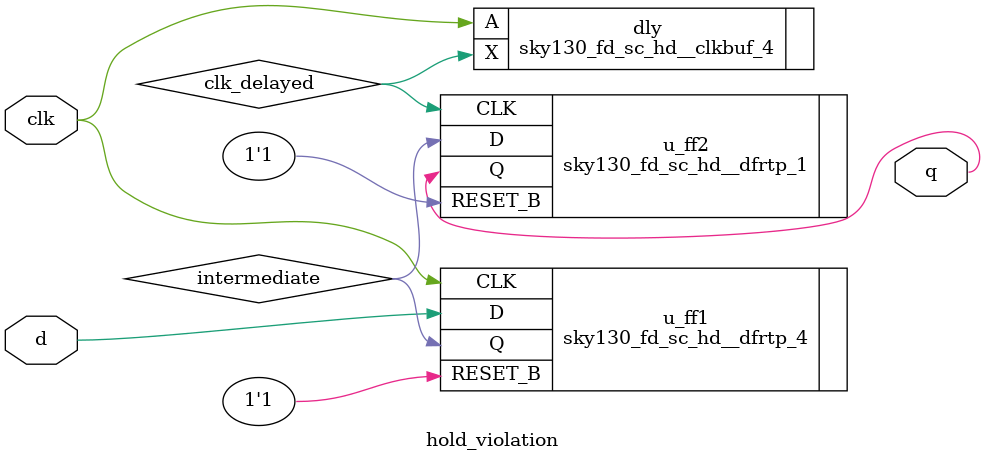
<source format=v>
module hold_violation(
    input clk,
    input d,
    output q
);
    wire intermediate;
    wire clk_delayed;

    sky130_fd_sc_hd__clkbuf_4 dly (
        .A(clk),
        .X(clk_delayed)
    );

    sky130_fd_sc_hd__dfrtp_4 u_ff1 (
        .CLK(clk),
        .D(d),
        .RESET_B(1'b1),
        .Q(intermediate)
    );

    sky130_fd_sc_hd__dfrtp_1 u_ff2 (
        .CLK(clk_delayed),
        .D(intermediate),
        .RESET_B(1'b1),
        .Q(q)
    );
endmodule

</source>
